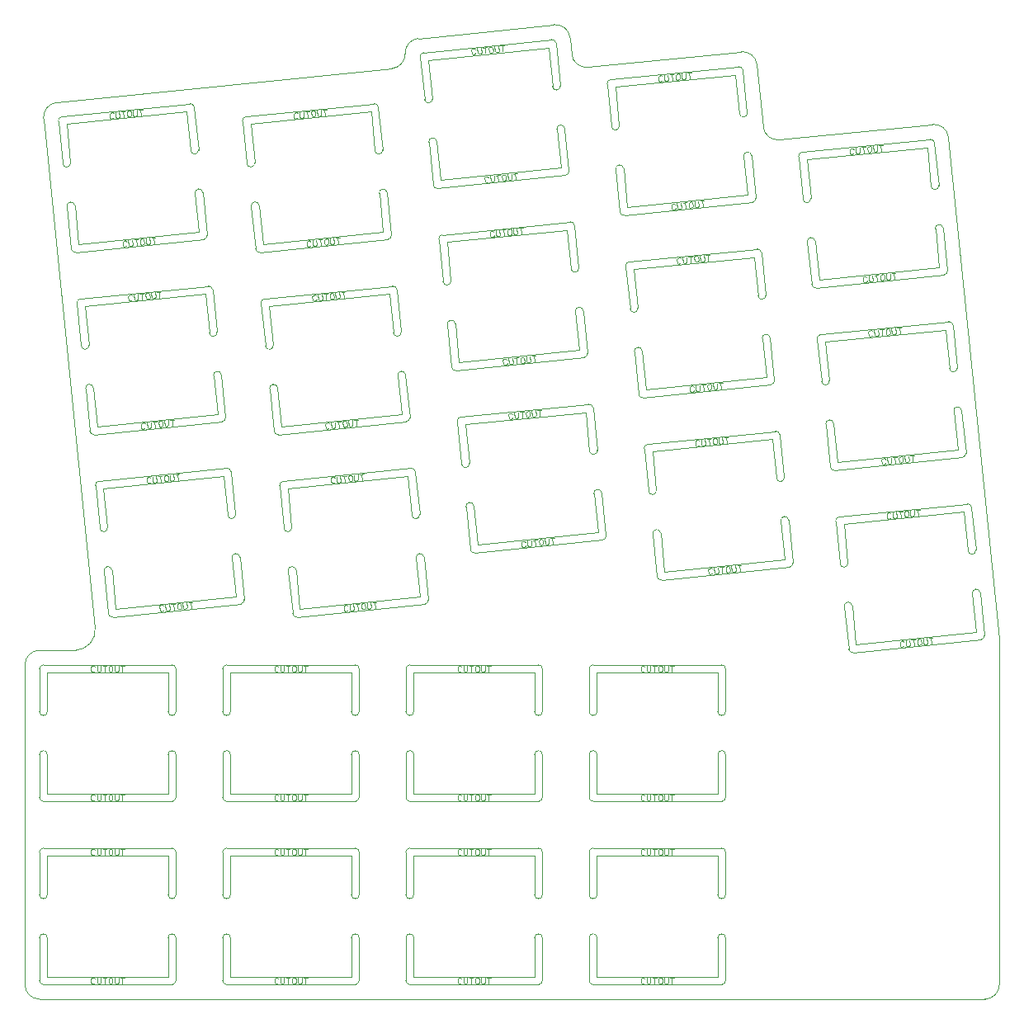
<source format=gko>
G04 Layer_Color=16711935*
%FSLAX42Y42*%
%MOMM*%
G71*
G01*
G75*
%ADD46C,0.10*%
%ADD47C,0.05*%
D46*
X7150Y150D02*
G03*
X7190Y190I0J40D01*
G01*
X5790D02*
G03*
X5830Y150I40J0D01*
G01*
Y1550D02*
G03*
X5790Y1510I0J-40D01*
G01*
X7190D02*
G03*
X7150Y1550I-40J0D01*
G01*
X5870Y630D02*
G03*
X5790Y630I-40J-0D01*
G01*
Y1070D02*
G03*
X5870Y1070I40J0D01*
G01*
X7190Y630D02*
G03*
X7110Y630I-40J-0D01*
G01*
Y1070D02*
G03*
X7190Y1070I40J0D01*
G01*
X5270Y150D02*
G03*
X5310Y190I0J40D01*
G01*
X3910D02*
G03*
X3950Y150I40J0D01*
G01*
Y1550D02*
G03*
X3910Y1510I0J-40D01*
G01*
X5310D02*
G03*
X5270Y1550I-40J0D01*
G01*
X3990Y630D02*
G03*
X3910Y630I-40J-0D01*
G01*
Y1070D02*
G03*
X3990Y1070I40J0D01*
G01*
X5310Y630D02*
G03*
X5230Y630I-40J-0D01*
G01*
Y1070D02*
G03*
X5310Y1070I40J0D01*
G01*
X3390Y150D02*
G03*
X3430Y190I0J40D01*
G01*
X2030D02*
G03*
X2070Y150I40J0D01*
G01*
Y1550D02*
G03*
X2030Y1510I0J-40D01*
G01*
X3430D02*
G03*
X3390Y1550I-40J0D01*
G01*
X2110Y630D02*
G03*
X2030Y630I-40J-0D01*
G01*
Y1070D02*
G03*
X2110Y1070I40J0D01*
G01*
X3430Y630D02*
G03*
X3350Y630I-40J-0D01*
G01*
Y1070D02*
G03*
X3430Y1070I40J0D01*
G01*
X1510Y150D02*
G03*
X1550Y190I0J40D01*
G01*
X150D02*
G03*
X190Y150I40J0D01*
G01*
Y1550D02*
G03*
X150Y1510I0J-40D01*
G01*
X1550D02*
G03*
X1510Y1550I-40J0D01*
G01*
X230Y630D02*
G03*
X150Y630I-40J-0D01*
G01*
Y1070D02*
G03*
X230Y1070I40J0D01*
G01*
X1550Y630D02*
G03*
X1470Y630I-40J-0D01*
G01*
Y1070D02*
G03*
X1550Y1070I40J0D01*
G01*
X7150Y2030D02*
G03*
X7190Y2070I0J40D01*
G01*
X5790D02*
G03*
X5830Y2030I40J0D01*
G01*
Y3430D02*
G03*
X5790Y3390I0J-40D01*
G01*
X7190D02*
G03*
X7150Y3430I-40J0D01*
G01*
X5870Y2510D02*
G03*
X5790Y2510I-40J-0D01*
G01*
Y2950D02*
G03*
X5870Y2950I40J0D01*
G01*
X7190Y2510D02*
G03*
X7110Y2510I-40J-0D01*
G01*
Y2950D02*
G03*
X7190Y2950I40J0D01*
G01*
X5270Y2030D02*
G03*
X5310Y2070I0J40D01*
G01*
X3910D02*
G03*
X3950Y2030I40J0D01*
G01*
Y3430D02*
G03*
X3910Y3390I0J-40D01*
G01*
X5310D02*
G03*
X5270Y3430I-40J0D01*
G01*
X3990Y2510D02*
G03*
X3910Y2510I-40J-0D01*
G01*
Y2950D02*
G03*
X3990Y2950I40J0D01*
G01*
X5310Y2510D02*
G03*
X5230Y2510I-40J-0D01*
G01*
Y2950D02*
G03*
X5310Y2950I40J0D01*
G01*
X3390Y2030D02*
G03*
X3430Y2070I0J40D01*
G01*
X2030D02*
G03*
X2070Y2030I40J0D01*
G01*
Y3430D02*
G03*
X2030Y3390I0J-40D01*
G01*
X3430D02*
G03*
X3390Y3430I-40J0D01*
G01*
X2110Y2510D02*
G03*
X2030Y2510I-40J-0D01*
G01*
Y2950D02*
G03*
X2110Y2950I40J0D01*
G01*
X3430Y2510D02*
G03*
X3350Y2510I-40J-0D01*
G01*
Y2950D02*
G03*
X3430Y2950I40J0D01*
G01*
X1510Y2030D02*
G03*
X1550Y2070I0J40D01*
G01*
X150D02*
G03*
X190Y2030I40J0D01*
G01*
Y3430D02*
G03*
X150Y3390I0J-40D01*
G01*
X1550D02*
G03*
X1510Y3430I-40J0D01*
G01*
X230Y2510D02*
G03*
X150Y2510I-40J-0D01*
G01*
Y2950D02*
G03*
X230Y2950I40J0D01*
G01*
X1550Y2510D02*
G03*
X1470Y2510I-40J-0D01*
G01*
Y2950D02*
G03*
X1550Y2950I40J0D01*
G01*
X9810Y3690D02*
G03*
X9846Y3733I-4J40D01*
G01*
X8453Y3592D02*
G03*
X8497Y3556I40J4D01*
G01*
X8355Y4949D02*
G03*
X8319Y4905I4J-40D01*
G01*
X9712Y5047D02*
G03*
X9668Y5082I-40J-4D01*
G01*
X8488Y4038D02*
G03*
X8408Y4030I-40J-4D01*
G01*
X8364Y4467D02*
G03*
X8443Y4476I40J4D01*
G01*
X9801Y4171D02*
G03*
X9722Y4163I-40J-4D01*
G01*
X9677Y4601D02*
G03*
X9757Y4609I40J4D01*
G01*
X7845Y4435D02*
G03*
X7880Y4479I-4J40D01*
G01*
X6487Y4337D02*
G03*
X6531Y4301I40J4D01*
G01*
X6390Y5694D02*
G03*
X6354Y5650I4J-40D01*
G01*
X7747Y5792D02*
G03*
X7703Y5828I-40J-4D01*
G01*
X6523Y4783D02*
G03*
X6443Y4775I-40J-4D01*
G01*
X6399Y5213D02*
G03*
X6478Y5221I40J4D01*
G01*
X7836Y4916D02*
G03*
X7756Y4908I-40J-4D01*
G01*
X7712Y5346D02*
G03*
X7791Y5354I40J4D01*
G01*
X5927Y4712D02*
G03*
X5962Y4756I-4J40D01*
G01*
X4570Y4615D02*
G03*
X4613Y4579I40J4D01*
G01*
X4472Y5972D02*
G03*
X4436Y5928I4J-40D01*
G01*
X5829Y6069D02*
G03*
X5785Y6105I-40J-4D01*
G01*
X4605Y5061D02*
G03*
X4525Y5052I-40J-4D01*
G01*
X4481Y5490D02*
G03*
X4560Y5498I40J4D01*
G01*
X5918Y5194D02*
G03*
X5838Y5186I-40J-4D01*
G01*
X5794Y5624D02*
G03*
X5873Y5632I40J4D01*
G01*
X4104Y4055D02*
G03*
X4140Y4099I-4J40D01*
G01*
X2747Y3957D02*
G03*
X2791Y3921I40J4D01*
G01*
X2649Y5314D02*
G03*
X2613Y5270I4J-40D01*
G01*
X4006Y5412D02*
G03*
X3962Y5448I-40J-4D01*
G01*
X2782Y4403D02*
G03*
X2702Y4395I-40J-4D01*
G01*
X2658Y4833D02*
G03*
X2737Y4841I40J4D01*
G01*
X4095Y4536D02*
G03*
X4015Y4528I-40J-4D01*
G01*
X3971Y4966D02*
G03*
X4051Y4974I40J4D01*
G01*
X2214Y4055D02*
G03*
X2250Y4099I-4J40D01*
G01*
X857Y3957D02*
G03*
X901Y3921I40J4D01*
G01*
X759Y5314D02*
G03*
X724Y5270I4J-40D01*
G01*
X2116Y5412D02*
G03*
X2073Y5448I-40J-4D01*
G01*
X892Y4403D02*
G03*
X813Y4395I-40J-4D01*
G01*
X768Y4833D02*
G03*
X848Y4841I40J4D01*
G01*
X2205Y4536D02*
G03*
X2126Y4528I-40J-4D01*
G01*
X2081Y4966D02*
G03*
X2161Y4974I40J4D01*
G01*
X9620Y5560D02*
G03*
X9656Y5604I-4J40D01*
G01*
X8263Y5462D02*
G03*
X8307Y5427I40J4D01*
G01*
X8165Y6819D02*
G03*
X8129Y6776I4J-40D01*
G01*
X9522Y6917D02*
G03*
X9478Y6953I-40J-4D01*
G01*
X8298Y5908D02*
G03*
X8218Y5900I-40J-4D01*
G01*
X8174Y6338D02*
G03*
X8253Y6346I40J4D01*
G01*
X9611Y6042D02*
G03*
X9532Y6033I-40J-4D01*
G01*
X9487Y6471D02*
G03*
X9567Y6479I40J4D01*
G01*
X7655Y6305D02*
G03*
X7690Y6349I-4J40D01*
G01*
X6297Y6207D02*
G03*
X6341Y6172I40J4D01*
G01*
X6200Y7565D02*
G03*
X6164Y7521I4J-40D01*
G01*
X7557Y7662D02*
G03*
X7513Y7698I-40J-4D01*
G01*
X6333Y6653D02*
G03*
X6253Y6645I-40J-4D01*
G01*
X6209Y7083D02*
G03*
X6288Y7091I40J4D01*
G01*
X7646Y6787D02*
G03*
X7566Y6779I-40J-4D01*
G01*
X7522Y7216D02*
G03*
X7601Y7224I40J4D01*
G01*
X5737Y6583D02*
G03*
X5772Y6627I-4J40D01*
G01*
X4380Y6485D02*
G03*
X4423Y6449I40J4D01*
G01*
X4282Y7842D02*
G03*
X4246Y7798I4J-40D01*
G01*
X5639Y7940D02*
G03*
X5595Y7976I-40J-4D01*
G01*
X4415Y6931D02*
G03*
X4335Y6923I-40J-4D01*
G01*
X4291Y7361D02*
G03*
X4370Y7369I40J4D01*
G01*
X5728Y7064D02*
G03*
X5648Y7056I-40J-4D01*
G01*
X5604Y7494D02*
G03*
X5683Y7502I40J4D01*
G01*
X3914Y5925D02*
G03*
X3950Y5969I-4J40D01*
G01*
X2557Y5828D02*
G03*
X2601Y5792I40J4D01*
G01*
X2459Y7185D02*
G03*
X2423Y7141I4J-40D01*
G01*
X3816Y7282D02*
G03*
X3772Y7318I-40J-4D01*
G01*
X2592Y6273D02*
G03*
X2512Y6265I-40J-4D01*
G01*
X2468Y6703D02*
G03*
X2547Y6711I40J4D01*
G01*
X3905Y6407D02*
G03*
X3825Y6399I-40J-4D01*
G01*
X3781Y6836D02*
G03*
X3861Y6845I40J4D01*
G01*
X2024Y5925D02*
G03*
X2060Y5969I-4J40D01*
G01*
X667Y5828D02*
G03*
X711Y5792I40J4D01*
G01*
X569Y7185D02*
G03*
X534Y7141I4J-40D01*
G01*
X1926Y7282D02*
G03*
X1883Y7318I-40J-4D01*
G01*
X702Y6273D02*
G03*
X623Y6265I-40J-4D01*
G01*
X578Y6703D02*
G03*
X658Y6711I40J4D01*
G01*
X2015Y6407D02*
G03*
X1936Y6399I-40J-4D01*
G01*
X1891Y6836D02*
G03*
X1971Y6845I40J4D01*
G01*
X9430Y7430D02*
G03*
X9466Y7474I-4J40D01*
G01*
X8073Y7333D02*
G03*
X8117Y7297I40J4D01*
G01*
X7975Y8690D02*
G03*
X7939Y8646I4J-40D01*
G01*
X9332Y8787D02*
G03*
X9288Y8823I-40J-4D01*
G01*
X8108Y7779D02*
G03*
X8028Y7770I-40J-4D01*
G01*
X7984Y8208D02*
G03*
X8064Y8216I40J4D01*
G01*
X9421Y7912D02*
G03*
X9342Y7904I-40J-4D01*
G01*
X9297Y8342D02*
G03*
X9377Y8350I40J4D01*
G01*
X7465Y8176D02*
G03*
X7500Y8219I-4J40D01*
G01*
X6107Y8078D02*
G03*
X6151Y8042I40J4D01*
G01*
X6010Y9435D02*
G03*
X5974Y9391I4J-40D01*
G01*
X7367Y9533D02*
G03*
X7323Y9568I-40J-4D01*
G01*
X6143Y8524D02*
G03*
X6063Y8516I-40J-4D01*
G01*
X6019Y8953D02*
G03*
X6098Y8961I40J4D01*
G01*
X7456Y8657D02*
G03*
X7376Y8649I-40J-4D01*
G01*
X7332Y9087D02*
G03*
X7411Y9095I40J4D01*
G01*
X5547Y8453D02*
G03*
X5582Y8497I-4J40D01*
G01*
X4190Y8355D02*
G03*
X4233Y8320I40J4D01*
G01*
X4092Y9713D02*
G03*
X4056Y9669I4J-40D01*
G01*
X5449Y9810D02*
G03*
X5405Y9846I-40J-4D01*
G01*
X4225Y8801D02*
G03*
X4145Y8793I-40J-4D01*
G01*
X4101Y9231D02*
G03*
X4180Y9239I40J4D01*
G01*
X5538Y8935D02*
G03*
X5458Y8927I-40J-4D01*
G01*
X5414Y9364D02*
G03*
X5494Y9372I40J4D01*
G01*
X3724Y7796D02*
G03*
X3760Y7839I-4J40D01*
G01*
X2367Y7698D02*
G03*
X2411Y7662I40J4D01*
G01*
X2269Y9055D02*
G03*
X2233Y9011I4J-40D01*
G01*
X3626Y9153D02*
G03*
X3582Y9188I-40J-4D01*
G01*
X2402Y8144D02*
G03*
X2322Y8136I-40J-4D01*
G01*
X2278Y8573D02*
G03*
X2357Y8581I40J4D01*
G01*
X3715Y8277D02*
G03*
X3636Y8269I-40J-4D01*
G01*
X3591Y8707D02*
G03*
X3671Y8715I40J4D01*
G01*
X1834Y7796D02*
G03*
X1870Y7839I-4J40D01*
G01*
X477Y7698D02*
G03*
X521Y7662I40J4D01*
G01*
X379Y9055D02*
G03*
X344Y9011I4J-40D01*
G01*
X1736Y9153D02*
G03*
X1693Y9188I-40J-4D01*
G01*
X512Y8144D02*
G03*
X433Y8136I-40J-4D01*
G01*
X388Y8573D02*
G03*
X468Y8582I40J4D01*
G01*
X1825Y8277D02*
G03*
X1746Y8269I-40J-4D01*
G01*
X1701Y8707D02*
G03*
X1781Y8715I40J4D01*
G01*
X0Y150D02*
G03*
X150Y0I150J0D01*
G01*
X152Y3580D02*
G03*
X0Y3430I-1J-151D01*
G01*
X325Y9199D02*
G03*
X190Y9035I15J-149D01*
G01*
X9850Y0D02*
G03*
X10000Y150I-0J150D01*
G01*
X9477Y8842D02*
G03*
X9313Y8976I-149J-15D01*
G01*
X7577Y8951D02*
G03*
X7741Y8817I149J15D01*
G01*
X7512Y9588D02*
G03*
X7348Y9722I-149J-15D01*
G01*
X5611Y9696D02*
G03*
X5776Y9562I149J15D01*
G01*
X5594Y9865D02*
G03*
X5430Y9999I-149J-15D01*
G01*
X4037Y9858D02*
G03*
X3902Y9712I15J-149D01*
G01*
X3767Y9549D02*
G03*
X3902Y9698I-15J149D01*
G01*
X520Y3580D02*
G03*
X721Y3812I-6J208D01*
G01*
X5830Y150D02*
X7150D01*
X5870Y230D02*
X7110D01*
X5870Y1470D02*
X7110D01*
X5830Y1550D02*
X7150D01*
X5870Y230D02*
X5870Y630D01*
X5790Y190D02*
Y630D01*
X7110D02*
X7110Y230D01*
X7190Y190D02*
Y630D01*
X7110Y1070D02*
X7110Y1470D01*
X7190Y1070D02*
Y1510D01*
X5870Y1470D02*
X5870Y1070D01*
X5790D02*
Y1510D01*
X3950Y150D02*
X5270D01*
X3990Y230D02*
X5230D01*
X3990Y1470D02*
X5230D01*
X3950Y1550D02*
X5270D01*
X3990Y230D02*
X3990Y630D01*
X3910Y190D02*
Y630D01*
X5230D02*
X5230Y230D01*
X5310Y190D02*
Y630D01*
X5230Y1070D02*
X5230Y1470D01*
X5310Y1070D02*
Y1510D01*
X3990Y1470D02*
X3990Y1070D01*
X3910D02*
Y1510D01*
X2070Y150D02*
X3390D01*
X2110Y230D02*
X3350D01*
X2110Y1470D02*
X3350D01*
X2070Y1550D02*
X3390D01*
X2110Y230D02*
X2110Y630D01*
X2030Y190D02*
Y630D01*
X3350D02*
X3350Y230D01*
X3430Y190D02*
Y630D01*
X3350Y1070D02*
X3350Y1470D01*
X3430Y1070D02*
Y1510D01*
X2110Y1470D02*
X2110Y1070D01*
X2030D02*
Y1510D01*
X190Y150D02*
X1510D01*
X230Y230D02*
X1470D01*
X230Y1470D02*
X1470D01*
X190Y1550D02*
X1510D01*
X230Y230D02*
X230Y630D01*
X150Y190D02*
Y630D01*
X1470D02*
X1470Y230D01*
X1550Y190D02*
Y630D01*
X1470Y1070D02*
X1470Y1470D01*
X1550Y1070D02*
Y1510D01*
X230Y1470D02*
X230Y1070D01*
X150D02*
Y1510D01*
X5830Y2030D02*
X7150D01*
X5870Y2110D02*
X7110D01*
X5870Y3350D02*
X7110D01*
X5830Y3430D02*
X7150D01*
X5870Y2110D02*
X5870Y2510D01*
X5790Y2070D02*
Y2510D01*
X7110D02*
X7110Y2110D01*
X7190Y2070D02*
Y2510D01*
X7110Y2950D02*
X7110Y3350D01*
X7190Y2950D02*
Y3390D01*
X5870Y3350D02*
X5870Y2950D01*
X5790D02*
Y3390D01*
X3950Y2030D02*
X5270D01*
X3990Y2110D02*
X5230D01*
X3990Y3350D02*
X5230D01*
X3950Y3430D02*
X5270D01*
X3990Y2110D02*
X3990Y2510D01*
X3910Y2070D02*
Y2510D01*
X5230D02*
X5230Y2110D01*
X5310Y2070D02*
Y2510D01*
X5230Y2950D02*
X5230Y3350D01*
X5310Y2950D02*
Y3390D01*
X3990Y3350D02*
X3990Y2950D01*
X3910D02*
Y3390D01*
X2070Y2030D02*
X3390D01*
X2110Y2110D02*
X3350D01*
X2110Y3350D02*
X3350D01*
X2070Y3430D02*
X3390D01*
X2110Y2110D02*
X2110Y2510D01*
X2030Y2070D02*
Y2510D01*
X3350D02*
X3350Y2110D01*
X3430Y2070D02*
Y2510D01*
X3350Y2950D02*
X3350Y3350D01*
X3430Y2950D02*
Y3390D01*
X2110Y3350D02*
X2110Y2950D01*
X2030D02*
Y3390D01*
X190Y2030D02*
X1510D01*
X230Y2110D02*
X1470D01*
X230Y3350D02*
X1470D01*
X190Y3430D02*
X1510D01*
X230Y2110D02*
X230Y2510D01*
X150Y2070D02*
Y2510D01*
X1470D02*
X1470Y2110D01*
X1550Y2070D02*
Y2510D01*
X1470Y2950D02*
X1470Y3350D01*
X1550Y2950D02*
Y3390D01*
X230Y3350D02*
X230Y2950D01*
X150D02*
Y3390D01*
X8497Y3556D02*
X9810Y3690D01*
X8528Y3640D02*
X9762Y3765D01*
X8403Y4873D02*
X9637Y4999D01*
X8355Y4949D02*
X9668Y5082D01*
X8488Y4038D02*
X8528Y3640D01*
X8408Y4030D02*
X8453Y3592D01*
X9722Y4163D02*
X9762Y3765D01*
X9801Y4171D02*
X9846Y3733D01*
X9637Y4999D02*
X9677Y4601D01*
X9712Y5047D02*
X9757Y4609D01*
X8403Y4873D02*
X8443Y4476D01*
X8319Y4905D02*
X8364Y4467D01*
X6531Y4301D02*
X7845Y4435D01*
X6563Y4385D02*
X7797Y4510D01*
X6438Y5619D02*
X7671Y5744D01*
X6390Y5694D02*
X7703Y5828D01*
X6523Y4783D02*
X6563Y4385D01*
X6443Y4775D02*
X6487Y4337D01*
X7756Y4908D02*
X7797Y4510D01*
X7836Y4916D02*
X7880Y4479D01*
X7671Y5744D02*
X7712Y5346D01*
X7747Y5792D02*
X7791Y5354D01*
X6438Y5619D02*
X6478Y5221D01*
X6354Y5650D02*
X6399Y5213D01*
X4613Y4579D02*
X5927Y4712D01*
X4645Y4663D02*
X5879Y4788D01*
X4520Y5896D02*
X5753Y6022D01*
X4472Y5972D02*
X5785Y6105D01*
X4605Y5061D02*
X4645Y4663D01*
X4525Y5052D02*
X4570Y4615D01*
X5838Y5186D02*
X5879Y4788D01*
X5918Y5194D02*
X5962Y4756D01*
X5753Y6022D02*
X5794Y5624D01*
X5829Y6069D02*
X5873Y5632D01*
X4520Y5896D02*
X4560Y5498D01*
X4436Y5928D02*
X4481Y5490D01*
X2791Y3921D02*
X4104Y4055D01*
X2822Y4005D02*
X4056Y4130D01*
X2697Y5239D02*
X3931Y5364D01*
X2649Y5314D02*
X3962Y5448D01*
X2782Y4403D02*
X2822Y4005D01*
X2702Y4395D02*
X2747Y3957D01*
X4015Y4528D02*
X4056Y4130D01*
X4095Y4536D02*
X4140Y4099D01*
X3931Y5364D02*
X3971Y4966D01*
X4006Y5412D02*
X4051Y4974D01*
X2697Y5239D02*
X2737Y4841D01*
X2613Y5270D02*
X2658Y4833D01*
X901Y3921D02*
X2214Y4055D01*
X933Y4005D02*
X2166Y4130D01*
X807Y5239D02*
X2041Y5364D01*
X759Y5314D02*
X2073Y5448D01*
X892Y4403D02*
X933Y4005D01*
X813Y4395D02*
X857Y3957D01*
X2126Y4528D02*
X2166Y4130D01*
X2205Y4536D02*
X2250Y4099D01*
X2041Y5364D02*
X2081Y4966D01*
X2116Y5412D02*
X2161Y4974D01*
X807Y5239D02*
X848Y4841D01*
X724Y5270D02*
X768Y4833D01*
X8307Y5427D02*
X9620Y5560D01*
X8338Y5510D02*
X9572Y5635D01*
X8213Y6744D02*
X9447Y6869D01*
X8165Y6819D02*
X9478Y6953D01*
X8298Y5908D02*
X8338Y5510D01*
X8218Y5900D02*
X8263Y5462D01*
X9532Y6033D02*
X9572Y5635D01*
X9611Y6042D02*
X9656Y5604D01*
X9447Y6869D02*
X9487Y6471D01*
X9522Y6917D02*
X9567Y6479D01*
X8213Y6744D02*
X8253Y6346D01*
X8129Y6776D02*
X8174Y6338D01*
X6341Y6172D02*
X7655Y6305D01*
X6373Y6255D02*
X7607Y6381D01*
X6248Y7489D02*
X7481Y7614D01*
X6200Y7565D02*
X7513Y7698D01*
X6333Y6653D02*
X6373Y6255D01*
X6253Y6645D02*
X6297Y6207D01*
X7566Y6779D02*
X7607Y6381D01*
X7646Y6787D02*
X7690Y6349D01*
X7481Y7614D02*
X7522Y7216D01*
X7557Y7662D02*
X7601Y7224D01*
X6248Y7489D02*
X6288Y7091D01*
X6164Y7521D02*
X6209Y7083D01*
X4423Y6449D02*
X5737Y6583D01*
X4455Y6533D02*
X5689Y6658D01*
X4330Y7767D02*
X5563Y7892D01*
X4282Y7842D02*
X5595Y7976D01*
X4415Y6931D02*
X4455Y6533D01*
X4335Y6923D02*
X4380Y6485D01*
X5648Y7056D02*
X5689Y6658D01*
X5728Y7064D02*
X5772Y6627D01*
X5563Y7892D02*
X5604Y7494D01*
X5639Y7940D02*
X5683Y7502D01*
X4330Y7767D02*
X4370Y7369D01*
X4246Y7798D02*
X4291Y7361D01*
X2601Y5792D02*
X3914Y5925D01*
X2632Y5875D02*
X3866Y6001D01*
X2507Y7109D02*
X3741Y7234D01*
X2459Y7185D02*
X3772Y7318D01*
X2592Y6273D02*
X2632Y5875D01*
X2512Y6265D02*
X2557Y5828D01*
X3825Y6399D02*
X3866Y6001D01*
X3905Y6407D02*
X3950Y5969D01*
X3741Y7234D02*
X3781Y6836D01*
X3816Y7282D02*
X3861Y6845D01*
X2507Y7109D02*
X2547Y6711D01*
X2423Y7141D02*
X2468Y6703D01*
X711Y5792D02*
X2024Y5925D01*
X743Y5875D02*
X1976Y6001D01*
X617Y7109D02*
X1851Y7234D01*
X569Y7185D02*
X1883Y7318D01*
X702Y6273D02*
X743Y5875D01*
X623Y6265D02*
X667Y5828D01*
X1936Y6399D02*
X1976Y6001D01*
X2015Y6407D02*
X2060Y5969D01*
X1851Y7234D02*
X1891Y6836D01*
X1926Y7282D02*
X1971Y6845D01*
X617Y7109D02*
X658Y6711D01*
X534Y7141D02*
X578Y6703D01*
X8117Y7297D02*
X9430Y7430D01*
X8148Y7381D02*
X9382Y7506D01*
X8023Y8614D02*
X9257Y8740D01*
X7975Y8690D02*
X9288Y8823D01*
X8108Y7779D02*
X8148Y7381D01*
X8028Y7770D02*
X8073Y7333D01*
X9342Y7904D02*
X9382Y7506D01*
X9421Y7912D02*
X9466Y7474D01*
X9257Y8740D02*
X9297Y8342D01*
X9332Y8787D02*
X9377Y8350D01*
X8023Y8614D02*
X8064Y8216D01*
X7939Y8646D02*
X7984Y8208D01*
X6151Y8042D02*
X7465Y8176D01*
X6183Y8126D02*
X7417Y8251D01*
X6058Y9359D02*
X7291Y9485D01*
X6010Y9435D02*
X7323Y9568D01*
X6143Y8524D02*
X6183Y8126D01*
X6063Y8516D02*
X6107Y8078D01*
X7376Y8649D02*
X7417Y8251D01*
X7456Y8657D02*
X7500Y8219D01*
X7291Y9485D02*
X7332Y9087D01*
X7367Y9533D02*
X7411Y9095D01*
X6058Y9359D02*
X6098Y8961D01*
X5974Y9391D02*
X6019Y8953D01*
X4233Y8320D02*
X5547Y8453D01*
X4265Y8403D02*
X5499Y8529D01*
X4140Y9637D02*
X5373Y9762D01*
X4092Y9713D02*
X5405Y9846D01*
X4225Y8801D02*
X4265Y8403D01*
X4145Y8793D02*
X4190Y8355D01*
X5458Y8927D02*
X5499Y8529D01*
X5538Y8935D02*
X5582Y8497D01*
X5373Y9762D02*
X5414Y9364D01*
X5449Y9810D02*
X5494Y9372D01*
X4140Y9637D02*
X4180Y9239D01*
X4056Y9669D02*
X4101Y9231D01*
X2411Y7662D02*
X3724Y7796D01*
X2442Y7746D02*
X3676Y7871D01*
X2317Y8979D02*
X3551Y9105D01*
X2269Y9055D02*
X3582Y9188D01*
X2402Y8144D02*
X2442Y7746D01*
X2322Y8136D02*
X2367Y7698D01*
X3636Y8269D02*
X3676Y7871D01*
X3715Y8277D02*
X3760Y7839D01*
X3551Y9105D02*
X3591Y8707D01*
X3626Y9153D02*
X3671Y8715D01*
X2317Y8979D02*
X2357Y8581D01*
X2233Y9011D02*
X2278Y8573D01*
X521Y7662D02*
X1834Y7796D01*
X553Y7746D02*
X1786Y7871D01*
X427Y8979D02*
X1661Y9105D01*
X379Y9055D02*
X1693Y9188D01*
X512Y8144D02*
X553Y7746D01*
X433Y8136D02*
X477Y7698D01*
X1746Y8269D02*
X1786Y7871D01*
X1825Y8277D02*
X1870Y7839D01*
X1661Y9105D02*
X1701Y8707D01*
X1736Y9153D02*
X1781Y8715D01*
X427Y8979D02*
X468Y8582D01*
X344Y9011D02*
X388Y8573D01*
X10000Y150D02*
Y3699D01*
X150Y0D02*
X9850D01*
X0Y150D02*
Y3430D01*
X152Y3580D02*
X520D01*
X190Y9035D02*
X721Y3812D01*
X325Y9199D02*
X3767Y9549D01*
X4037Y9858D02*
X5430Y9999D01*
X5594Y9865D02*
X5611Y9696D01*
X5776Y9562D02*
X7348Y9722D01*
X7512Y9588D02*
X7577Y8951D01*
X7741Y8817D02*
X9313Y8976D01*
X9477Y8842D02*
X10000Y3699D01*
X3902Y9698D02*
X3902Y9712D01*
D47*
X6360Y210D02*
X6350Y220D01*
X6330D01*
X6320Y210D01*
Y170D01*
X6330Y160D01*
X6350D01*
X6360Y170D01*
X6380Y220D02*
Y170D01*
X6390Y160D01*
X6410D01*
X6420Y170D01*
Y220D01*
X6440D02*
X6480D01*
X6460D01*
Y160D01*
X6530Y220D02*
X6510D01*
X6500Y210D01*
Y170D01*
X6510Y160D01*
X6530D01*
X6540Y170D01*
Y210D01*
X6530Y220D01*
X6560D02*
Y170D01*
X6570Y160D01*
X6590D01*
X6600Y170D01*
Y220D01*
X6620D02*
X6660D01*
X6640D01*
Y160D01*
X6360Y1530D02*
X6350Y1540D01*
X6330D01*
X6320Y1530D01*
Y1490D01*
X6330Y1480D01*
X6350D01*
X6360Y1490D01*
X6380Y1540D02*
Y1490D01*
X6390Y1480D01*
X6410D01*
X6420Y1490D01*
Y1540D01*
X6440D02*
X6480D01*
X6460D01*
Y1480D01*
X6530Y1540D02*
X6510D01*
X6500Y1530D01*
Y1490D01*
X6510Y1480D01*
X6530D01*
X6540Y1490D01*
Y1530D01*
X6530Y1540D01*
X6560D02*
Y1490D01*
X6570Y1480D01*
X6590D01*
X6600Y1490D01*
Y1540D01*
X6620D02*
X6660D01*
X6640D01*
Y1480D01*
X4480Y210D02*
X4470Y220D01*
X4450D01*
X4440Y210D01*
Y170D01*
X4450Y160D01*
X4470D01*
X4480Y170D01*
X4500Y220D02*
Y170D01*
X4510Y160D01*
X4530D01*
X4540Y170D01*
Y220D01*
X4560D02*
X4600D01*
X4580D01*
Y160D01*
X4650Y220D02*
X4630D01*
X4620Y210D01*
Y170D01*
X4630Y160D01*
X4650D01*
X4660Y170D01*
Y210D01*
X4650Y220D01*
X4680D02*
Y170D01*
X4690Y160D01*
X4710D01*
X4720Y170D01*
Y220D01*
X4740D02*
X4780D01*
X4760D01*
Y160D01*
X4480Y1530D02*
X4470Y1540D01*
X4450D01*
X4440Y1530D01*
Y1490D01*
X4450Y1480D01*
X4470D01*
X4480Y1490D01*
X4500Y1540D02*
Y1490D01*
X4510Y1480D01*
X4530D01*
X4540Y1490D01*
Y1540D01*
X4560D02*
X4600D01*
X4580D01*
Y1480D01*
X4650Y1540D02*
X4630D01*
X4620Y1530D01*
Y1490D01*
X4630Y1480D01*
X4650D01*
X4660Y1490D01*
Y1530D01*
X4650Y1540D01*
X4680D02*
Y1490D01*
X4690Y1480D01*
X4710D01*
X4720Y1490D01*
Y1540D01*
X4740D02*
X4780D01*
X4760D01*
Y1480D01*
X2600Y210D02*
X2590Y220D01*
X2570D01*
X2560Y210D01*
Y170D01*
X2570Y160D01*
X2590D01*
X2600Y170D01*
X2620Y220D02*
Y170D01*
X2630Y160D01*
X2650D01*
X2660Y170D01*
Y220D01*
X2680D02*
X2720D01*
X2700D01*
Y160D01*
X2770Y220D02*
X2750D01*
X2740Y210D01*
Y170D01*
X2750Y160D01*
X2770D01*
X2780Y170D01*
Y210D01*
X2770Y220D01*
X2800D02*
Y170D01*
X2810Y160D01*
X2830D01*
X2840Y170D01*
Y220D01*
X2860D02*
X2900D01*
X2880D01*
Y160D01*
X2600Y1530D02*
X2590Y1540D01*
X2570D01*
X2560Y1530D01*
Y1490D01*
X2570Y1480D01*
X2590D01*
X2600Y1490D01*
X2620Y1540D02*
Y1490D01*
X2630Y1480D01*
X2650D01*
X2660Y1490D01*
Y1540D01*
X2680D02*
X2720D01*
X2700D01*
Y1480D01*
X2770Y1540D02*
X2750D01*
X2740Y1530D01*
Y1490D01*
X2750Y1480D01*
X2770D01*
X2780Y1490D01*
Y1530D01*
X2770Y1540D01*
X2800D02*
Y1490D01*
X2810Y1480D01*
X2830D01*
X2840Y1490D01*
Y1540D01*
X2860D02*
X2900D01*
X2880D01*
Y1480D01*
X720Y210D02*
X710Y220D01*
X690D01*
X680Y210D01*
Y170D01*
X690Y160D01*
X710D01*
X720Y170D01*
X740Y220D02*
Y170D01*
X750Y160D01*
X770D01*
X780Y170D01*
Y220D01*
X800D02*
X840D01*
X820D01*
Y160D01*
X890Y220D02*
X870D01*
X860Y210D01*
Y170D01*
X870Y160D01*
X890D01*
X900Y170D01*
Y210D01*
X890Y220D01*
X920D02*
Y170D01*
X930Y160D01*
X950D01*
X960Y170D01*
Y220D01*
X980D02*
X1020D01*
X1000D01*
Y160D01*
X720Y1530D02*
X710Y1540D01*
X690D01*
X680Y1530D01*
Y1490D01*
X690Y1480D01*
X710D01*
X720Y1490D01*
X740Y1540D02*
Y1490D01*
X750Y1480D01*
X770D01*
X780Y1490D01*
Y1540D01*
X800D02*
X840D01*
X820D01*
Y1480D01*
X890Y1540D02*
X870D01*
X860Y1530D01*
Y1490D01*
X870Y1480D01*
X890D01*
X900Y1490D01*
Y1530D01*
X890Y1540D01*
X920D02*
Y1490D01*
X930Y1480D01*
X950D01*
X960Y1490D01*
Y1540D01*
X980D02*
X1020D01*
X1000D01*
Y1480D01*
X6360Y2090D02*
X6350Y2100D01*
X6330D01*
X6320Y2090D01*
Y2050D01*
X6330Y2040D01*
X6350D01*
X6360Y2050D01*
X6380Y2100D02*
Y2050D01*
X6390Y2040D01*
X6410D01*
X6420Y2050D01*
Y2100D01*
X6440D02*
X6480D01*
X6460D01*
Y2040D01*
X6530Y2100D02*
X6510D01*
X6500Y2090D01*
Y2050D01*
X6510Y2040D01*
X6530D01*
X6540Y2050D01*
Y2090D01*
X6530Y2100D01*
X6560D02*
Y2050D01*
X6570Y2040D01*
X6590D01*
X6600Y2050D01*
Y2100D01*
X6620D02*
X6660D01*
X6640D01*
Y2040D01*
X6360Y3410D02*
X6350Y3420D01*
X6330D01*
X6320Y3410D01*
Y3370D01*
X6330Y3360D01*
X6350D01*
X6360Y3370D01*
X6380Y3420D02*
Y3370D01*
X6390Y3360D01*
X6410D01*
X6420Y3370D01*
Y3420D01*
X6440D02*
X6480D01*
X6460D01*
Y3360D01*
X6530Y3420D02*
X6510D01*
X6500Y3410D01*
Y3370D01*
X6510Y3360D01*
X6530D01*
X6540Y3370D01*
Y3410D01*
X6530Y3420D01*
X6560D02*
Y3370D01*
X6570Y3360D01*
X6590D01*
X6600Y3370D01*
Y3420D01*
X6620D02*
X6660D01*
X6640D01*
Y3360D01*
X4480Y2090D02*
X4470Y2100D01*
X4450D01*
X4440Y2090D01*
Y2050D01*
X4450Y2040D01*
X4470D01*
X4480Y2050D01*
X4500Y2100D02*
Y2050D01*
X4510Y2040D01*
X4530D01*
X4540Y2050D01*
Y2100D01*
X4560D02*
X4600D01*
X4580D01*
Y2040D01*
X4650Y2100D02*
X4630D01*
X4620Y2090D01*
Y2050D01*
X4630Y2040D01*
X4650D01*
X4660Y2050D01*
Y2090D01*
X4650Y2100D01*
X4680D02*
Y2050D01*
X4690Y2040D01*
X4710D01*
X4720Y2050D01*
Y2100D01*
X4740D02*
X4780D01*
X4760D01*
Y2040D01*
X4480Y3410D02*
X4470Y3420D01*
X4450D01*
X4440Y3410D01*
Y3370D01*
X4450Y3360D01*
X4470D01*
X4480Y3370D01*
X4500Y3420D02*
Y3370D01*
X4510Y3360D01*
X4530D01*
X4540Y3370D01*
Y3420D01*
X4560D02*
X4600D01*
X4580D01*
Y3360D01*
X4650Y3420D02*
X4630D01*
X4620Y3410D01*
Y3370D01*
X4630Y3360D01*
X4650D01*
X4660Y3370D01*
Y3410D01*
X4650Y3420D01*
X4680D02*
Y3370D01*
X4690Y3360D01*
X4710D01*
X4720Y3370D01*
Y3420D01*
X4740D02*
X4780D01*
X4760D01*
Y3360D01*
X2600Y2090D02*
X2590Y2100D01*
X2570D01*
X2560Y2090D01*
Y2050D01*
X2570Y2040D01*
X2590D01*
X2600Y2050D01*
X2620Y2100D02*
Y2050D01*
X2630Y2040D01*
X2650D01*
X2660Y2050D01*
Y2100D01*
X2680D02*
X2720D01*
X2700D01*
Y2040D01*
X2770Y2100D02*
X2750D01*
X2740Y2090D01*
Y2050D01*
X2750Y2040D01*
X2770D01*
X2780Y2050D01*
Y2090D01*
X2770Y2100D01*
X2800D02*
Y2050D01*
X2810Y2040D01*
X2830D01*
X2840Y2050D01*
Y2100D01*
X2860D02*
X2900D01*
X2880D01*
Y2040D01*
X2600Y3410D02*
X2590Y3420D01*
X2570D01*
X2560Y3410D01*
Y3370D01*
X2570Y3360D01*
X2590D01*
X2600Y3370D01*
X2620Y3420D02*
Y3370D01*
X2630Y3360D01*
X2650D01*
X2660Y3370D01*
Y3420D01*
X2680D02*
X2720D01*
X2700D01*
Y3360D01*
X2770Y3420D02*
X2750D01*
X2740Y3410D01*
Y3370D01*
X2750Y3360D01*
X2770D01*
X2780Y3370D01*
Y3410D01*
X2770Y3420D01*
X2800D02*
Y3370D01*
X2810Y3360D01*
X2830D01*
X2840Y3370D01*
Y3420D01*
X2860D02*
X2900D01*
X2880D01*
Y3360D01*
X720Y2090D02*
X710Y2100D01*
X690D01*
X680Y2090D01*
Y2050D01*
X690Y2040D01*
X710D01*
X720Y2050D01*
X740Y2100D02*
Y2050D01*
X750Y2040D01*
X770D01*
X780Y2050D01*
Y2100D01*
X800D02*
X840D01*
X820D01*
Y2040D01*
X890Y2100D02*
X870D01*
X860Y2090D01*
Y2050D01*
X870Y2040D01*
X890D01*
X900Y2050D01*
Y2090D01*
X890Y2100D01*
X920D02*
Y2050D01*
X930Y2040D01*
X950D01*
X960Y2050D01*
Y2100D01*
X980D02*
X1020D01*
X1000D01*
Y2040D01*
X720Y3410D02*
X710Y3420D01*
X690D01*
X680Y3410D01*
Y3370D01*
X690Y3360D01*
X710D01*
X720Y3370D01*
X740Y3420D02*
Y3370D01*
X750Y3360D01*
X770D01*
X780Y3370D01*
Y3420D01*
X800D02*
X840D01*
X820D01*
Y3360D01*
X890Y3420D02*
X870D01*
X860Y3410D01*
Y3370D01*
X870Y3360D01*
X890D01*
X900Y3370D01*
Y3410D01*
X890Y3420D01*
X920D02*
Y3370D01*
X930Y3360D01*
X950D01*
X960Y3370D01*
Y3420D01*
X980D02*
X1020D01*
X1000D01*
Y3360D01*
X9018Y3669D02*
X9007Y3678D01*
X8987Y3676D01*
X8978Y3665D01*
X8982Y3626D01*
X8993Y3617D01*
X9013Y3619D01*
X9022Y3630D01*
X9037Y3681D02*
X9042Y3632D01*
X9053Y3623D01*
X9073Y3625D01*
X9082Y3636D01*
X9077Y3685D01*
X9096Y3687D02*
X9136Y3691D01*
X9116Y3689D01*
X9122Y3630D01*
X9186Y3697D02*
X9166Y3695D01*
X9157Y3684D01*
X9161Y3644D01*
X9172Y3635D01*
X9192Y3637D01*
X9201Y3648D01*
X9197Y3688D01*
X9186Y3697D01*
X9216Y3700D02*
X9221Y3650D01*
X9232Y3641D01*
X9252Y3643D01*
X9261Y3654D01*
X9256Y3704D01*
X9275Y3706D02*
X9315Y3710D01*
X9295Y3708D01*
X9301Y3648D01*
X8884Y4983D02*
X8874Y4992D01*
X8854Y4990D01*
X8845Y4979D01*
X8849Y4939D01*
X8860Y4930D01*
X8880Y4932D01*
X8889Y4943D01*
X8903Y4995D02*
X8908Y4945D01*
X8919Y4936D01*
X8939Y4938D01*
X8948Y4949D01*
X8943Y4999D01*
X8963Y5001D02*
X9003Y5005D01*
X8983Y5003D01*
X8989Y4943D01*
X9053Y5010D02*
X9033Y5008D01*
X9024Y4997D01*
X9028Y4957D01*
X9039Y4948D01*
X9059Y4950D01*
X9068Y4961D01*
X9063Y5001D01*
X9053Y5010D01*
X9082Y5013D02*
X9087Y4963D01*
X9098Y4954D01*
X9118Y4956D01*
X9127Y4967D01*
X9122Y5017D01*
X9142Y5019D02*
X9182Y5023D01*
X9162Y5021D01*
X9168Y4961D01*
X7052Y4415D02*
X7042Y4424D01*
X7022Y4422D01*
X7013Y4411D01*
X7017Y4371D01*
X7028Y4362D01*
X7048Y4364D01*
X7057Y4375D01*
X7071Y4427D02*
X7076Y4377D01*
X7087Y4368D01*
X7107Y4370D01*
X7116Y4381D01*
X7111Y4431D01*
X7131Y4433D02*
X7171Y4437D01*
X7151Y4435D01*
X7157Y4375D01*
X7221Y4442D02*
X7201Y4440D01*
X7192Y4429D01*
X7196Y4389D01*
X7207Y4380D01*
X7227Y4382D01*
X7236Y4393D01*
X7232Y4433D01*
X7221Y4442D01*
X7250Y4445D02*
X7255Y4395D01*
X7266Y4386D01*
X7286Y4388D01*
X7295Y4399D01*
X7290Y4449D01*
X7310Y4451D02*
X7350Y4455D01*
X7330Y4453D01*
X7336Y4393D01*
X6919Y5728D02*
X6908Y5737D01*
X6888Y5735D01*
X6879Y5724D01*
X6883Y5684D01*
X6894Y5675D01*
X6914Y5677D01*
X6923Y5688D01*
X6938Y5740D02*
X6943Y5690D01*
X6954Y5681D01*
X6974Y5683D01*
X6983Y5694D01*
X6978Y5744D01*
X6998Y5746D02*
X7037Y5750D01*
X7018Y5748D01*
X7024Y5688D01*
X7087Y5755D02*
X7067Y5753D01*
X7058Y5742D01*
X7062Y5702D01*
X7073Y5693D01*
X7093Y5695D01*
X7102Y5706D01*
X7098Y5746D01*
X7087Y5755D01*
X7117Y5758D02*
X7122Y5708D01*
X7133Y5699D01*
X7153Y5701D01*
X7162Y5712D01*
X7157Y5762D01*
X7177Y5764D02*
X7216Y5768D01*
X7197Y5766D01*
X7203Y5706D01*
X5135Y4692D02*
X5124Y4701D01*
X5104Y4699D01*
X5095Y4688D01*
X5099Y4648D01*
X5110Y4639D01*
X5130Y4641D01*
X5139Y4652D01*
X5154Y4704D02*
X5159Y4654D01*
X5170Y4646D01*
X5189Y4648D01*
X5198Y4658D01*
X5193Y4708D01*
X5213Y4710D02*
X5253Y4714D01*
X5233Y4712D01*
X5239Y4653D01*
X5303Y4719D02*
X5283Y4717D01*
X5274Y4706D01*
X5278Y4667D01*
X5289Y4658D01*
X5309Y4660D01*
X5318Y4671D01*
X5314Y4710D01*
X5303Y4719D01*
X5333Y4722D02*
X5338Y4673D01*
X5349Y4664D01*
X5368Y4666D01*
X5377Y4677D01*
X5372Y4726D01*
X5392Y4728D02*
X5432Y4732D01*
X5412Y4730D01*
X5418Y4671D01*
X5001Y6005D02*
X4990Y6014D01*
X4970Y6012D01*
X4961Y6001D01*
X4965Y5962D01*
X4976Y5953D01*
X4996Y5955D01*
X5005Y5966D01*
X5020Y6017D02*
X5025Y5968D01*
X5036Y5959D01*
X5056Y5961D01*
X5065Y5972D01*
X5060Y6021D01*
X5080Y6023D02*
X5120Y6028D01*
X5100Y6026D01*
X5106Y5966D01*
X5169Y6033D02*
X5149Y6031D01*
X5140Y6020D01*
X5145Y5980D01*
X5155Y5971D01*
X5175Y5973D01*
X5184Y5984D01*
X5180Y6024D01*
X5169Y6033D01*
X5199Y6036D02*
X5204Y5986D01*
X5215Y5977D01*
X5235Y5979D01*
X5244Y5990D01*
X5239Y6040D01*
X5259Y6042D02*
X5299Y6046D01*
X5279Y6044D01*
X5285Y5984D01*
X3312Y4035D02*
X3301Y4044D01*
X3281Y4042D01*
X3272Y4031D01*
X3276Y3991D01*
X3287Y3982D01*
X3307Y3984D01*
X3316Y3995D01*
X3331Y4047D02*
X3336Y3997D01*
X3347Y3988D01*
X3367Y3990D01*
X3375Y4001D01*
X3370Y4051D01*
X3390Y4053D02*
X3430Y4057D01*
X3410Y4055D01*
X3416Y3995D01*
X3480Y4062D02*
X3460Y4060D01*
X3451Y4049D01*
X3455Y4009D01*
X3466Y4000D01*
X3486Y4002D01*
X3495Y4013D01*
X3491Y4053D01*
X3480Y4062D01*
X3510Y4065D02*
X3515Y4015D01*
X3526Y4006D01*
X3546Y4008D01*
X3554Y4019D01*
X3549Y4069D01*
X3569Y4071D02*
X3609Y4075D01*
X3589Y4073D01*
X3595Y4013D01*
X3178Y5348D02*
X3167Y5357D01*
X3148Y5355D01*
X3139Y5344D01*
X3143Y5304D01*
X3154Y5295D01*
X3173Y5297D01*
X3182Y5308D01*
X3197Y5360D02*
X3202Y5310D01*
X3213Y5301D01*
X3233Y5303D01*
X3242Y5314D01*
X3237Y5364D01*
X3257Y5366D02*
X3297Y5370D01*
X3277Y5368D01*
X3283Y5308D01*
X3346Y5375D02*
X3327Y5373D01*
X3318Y5362D01*
X3322Y5322D01*
X3333Y5313D01*
X3352Y5315D01*
X3361Y5326D01*
X3357Y5366D01*
X3346Y5375D01*
X3376Y5378D02*
X3381Y5328D01*
X3392Y5319D01*
X3412Y5321D01*
X3421Y5332D01*
X3416Y5382D01*
X3436Y5384D02*
X3476Y5388D01*
X3456Y5386D01*
X3462Y5326D01*
X1422Y4035D02*
X1411Y4044D01*
X1391Y4042D01*
X1382Y4031D01*
X1386Y3991D01*
X1397Y3982D01*
X1417Y3984D01*
X1426Y3995D01*
X1441Y4047D02*
X1446Y3997D01*
X1457Y3988D01*
X1477Y3990D01*
X1486Y4001D01*
X1481Y4051D01*
X1501Y4053D02*
X1540Y4057D01*
X1521Y4055D01*
X1527Y3995D01*
X1590Y4062D02*
X1570Y4060D01*
X1561Y4049D01*
X1565Y4009D01*
X1576Y4000D01*
X1596Y4002D01*
X1605Y4013D01*
X1601Y4053D01*
X1590Y4062D01*
X1620Y4065D02*
X1625Y4015D01*
X1636Y4006D01*
X1656Y4008D01*
X1665Y4019D01*
X1660Y4069D01*
X1680Y4071D02*
X1719Y4075D01*
X1700Y4073D01*
X1706Y4013D01*
X1289Y5348D02*
X1278Y5357D01*
X1258Y5355D01*
X1249Y5344D01*
X1253Y5304D01*
X1264Y5295D01*
X1284Y5297D01*
X1293Y5308D01*
X1308Y5360D02*
X1313Y5310D01*
X1324Y5301D01*
X1343Y5303D01*
X1352Y5314D01*
X1347Y5364D01*
X1367Y5366D02*
X1407Y5370D01*
X1387Y5368D01*
X1393Y5308D01*
X1457Y5375D02*
X1437Y5373D01*
X1428Y5362D01*
X1432Y5322D01*
X1443Y5313D01*
X1463Y5315D01*
X1472Y5326D01*
X1468Y5366D01*
X1457Y5375D01*
X1487Y5378D02*
X1492Y5328D01*
X1503Y5319D01*
X1522Y5321D01*
X1531Y5332D01*
X1526Y5382D01*
X1546Y5384D02*
X1586Y5388D01*
X1566Y5386D01*
X1572Y5326D01*
X8828Y5540D02*
X8817Y5549D01*
X8797Y5547D01*
X8788Y5536D01*
X8792Y5496D01*
X8803Y5487D01*
X8823Y5489D01*
X8832Y5500D01*
X8847Y5552D02*
X8852Y5502D01*
X8863Y5493D01*
X8883Y5495D01*
X8892Y5506D01*
X8887Y5556D01*
X8906Y5558D02*
X8946Y5562D01*
X8926Y5560D01*
X8932Y5500D01*
X8996Y5567D02*
X8976Y5565D01*
X8967Y5554D01*
X8971Y5514D01*
X8982Y5505D01*
X9002Y5507D01*
X9011Y5518D01*
X9007Y5558D01*
X8996Y5567D01*
X9026Y5570D02*
X9031Y5520D01*
X9042Y5511D01*
X9062Y5513D01*
X9071Y5524D01*
X9066Y5574D01*
X9085Y5576D02*
X9125Y5580D01*
X9105Y5578D01*
X9111Y5518D01*
X8694Y6853D02*
X8684Y6862D01*
X8664Y6860D01*
X8655Y6849D01*
X8659Y6809D01*
X8670Y6800D01*
X8690Y6802D01*
X8699Y6813D01*
X8713Y6865D02*
X8718Y6815D01*
X8729Y6806D01*
X8749Y6808D01*
X8758Y6819D01*
X8753Y6869D01*
X8773Y6871D02*
X8813Y6875D01*
X8793Y6873D01*
X8799Y6813D01*
X8863Y6880D02*
X8843Y6878D01*
X8834Y6867D01*
X8838Y6827D01*
X8849Y6818D01*
X8869Y6820D01*
X8878Y6831D01*
X8874Y6871D01*
X8863Y6880D01*
X8892Y6883D02*
X8897Y6833D01*
X8908Y6825D01*
X8928Y6827D01*
X8937Y6837D01*
X8932Y6887D01*
X8952Y6889D02*
X8992Y6893D01*
X8972Y6891D01*
X8978Y6832D01*
X6863Y6285D02*
X6852Y6294D01*
X6832Y6292D01*
X6823Y6281D01*
X6827Y6241D01*
X6838Y6232D01*
X6858Y6234D01*
X6867Y6245D01*
X6881Y6297D02*
X6886Y6247D01*
X6897Y6238D01*
X6917Y6240D01*
X6926Y6251D01*
X6921Y6301D01*
X6941Y6303D02*
X6981Y6307D01*
X6961Y6305D01*
X6967Y6245D01*
X7031Y6312D02*
X7011Y6310D01*
X7002Y6299D01*
X7006Y6259D01*
X7017Y6250D01*
X7037Y6252D01*
X7046Y6263D01*
X7042Y6303D01*
X7031Y6312D01*
X7060Y6315D02*
X7065Y6265D01*
X7076Y6256D01*
X7096Y6258D01*
X7105Y6269D01*
X7100Y6319D01*
X7120Y6321D02*
X7160Y6325D01*
X7140Y6323D01*
X7146Y6264D01*
X6729Y7598D02*
X6718Y7607D01*
X6698Y7605D01*
X6689Y7594D01*
X6693Y7554D01*
X6704Y7545D01*
X6724Y7547D01*
X6733Y7558D01*
X6748Y7610D02*
X6753Y7560D01*
X6764Y7552D01*
X6784Y7554D01*
X6793Y7565D01*
X6788Y7614D01*
X6808Y7616D02*
X6847Y7620D01*
X6828Y7618D01*
X6834Y7559D01*
X6897Y7625D02*
X6877Y7623D01*
X6868Y7612D01*
X6872Y7573D01*
X6883Y7564D01*
X6903Y7566D01*
X6912Y7577D01*
X6908Y7616D01*
X6897Y7625D01*
X6927Y7628D02*
X6932Y7579D01*
X6943Y7570D01*
X6963Y7572D01*
X6972Y7583D01*
X6967Y7632D01*
X6987Y7634D02*
X7026Y7638D01*
X7007Y7636D01*
X7013Y7577D01*
X4945Y6563D02*
X4934Y6572D01*
X4914Y6570D01*
X4905Y6559D01*
X4909Y6519D01*
X4920Y6510D01*
X4940Y6512D01*
X4949Y6523D01*
X4964Y6575D02*
X4969Y6525D01*
X4980Y6516D01*
X4999Y6518D01*
X5008Y6529D01*
X5003Y6579D01*
X5023Y6581D02*
X5063Y6585D01*
X5043Y6583D01*
X5049Y6523D01*
X5113Y6590D02*
X5093Y6588D01*
X5084Y6577D01*
X5088Y6537D01*
X5099Y6528D01*
X5119Y6530D01*
X5128Y6541D01*
X5124Y6581D01*
X5113Y6590D01*
X5143Y6593D02*
X5148Y6543D01*
X5159Y6534D01*
X5178Y6536D01*
X5187Y6547D01*
X5182Y6597D01*
X5202Y6599D02*
X5242Y6603D01*
X5222Y6601D01*
X5228Y6541D01*
X4811Y7876D02*
X4800Y7885D01*
X4780Y7883D01*
X4771Y7872D01*
X4776Y7832D01*
X4786Y7823D01*
X4806Y7825D01*
X4815Y7836D01*
X4830Y7888D02*
X4835Y7838D01*
X4846Y7829D01*
X4866Y7831D01*
X4875Y7842D01*
X4870Y7892D01*
X4890Y7894D02*
X4930Y7898D01*
X4910Y7896D01*
X4916Y7836D01*
X4979Y7903D02*
X4959Y7901D01*
X4950Y7890D01*
X4955Y7850D01*
X4965Y7841D01*
X4985Y7843D01*
X4994Y7854D01*
X4990Y7894D01*
X4979Y7903D01*
X5009Y7906D02*
X5014Y7856D01*
X5025Y7847D01*
X5045Y7849D01*
X5054Y7860D01*
X5049Y7910D01*
X5069Y7912D02*
X5109Y7916D01*
X5089Y7914D01*
X5095Y7854D01*
X3122Y5905D02*
X3111Y5914D01*
X3091Y5912D01*
X3082Y5901D01*
X3086Y5861D01*
X3097Y5852D01*
X3117Y5854D01*
X3126Y5865D01*
X3141Y5917D02*
X3146Y5867D01*
X3157Y5858D01*
X3177Y5860D01*
X3185Y5871D01*
X3180Y5921D01*
X3200Y5923D02*
X3240Y5927D01*
X3220Y5925D01*
X3226Y5865D01*
X3290Y5932D02*
X3270Y5930D01*
X3261Y5919D01*
X3265Y5879D01*
X3276Y5870D01*
X3296Y5872D01*
X3305Y5883D01*
X3301Y5923D01*
X3290Y5932D01*
X3320Y5935D02*
X3325Y5885D01*
X3336Y5876D01*
X3356Y5879D01*
X3364Y5889D01*
X3359Y5939D01*
X3379Y5941D02*
X3419Y5945D01*
X3399Y5943D01*
X3405Y5884D01*
X2988Y7218D02*
X2977Y7227D01*
X2958Y7225D01*
X2949Y7214D01*
X2953Y7174D01*
X2964Y7165D01*
X2983Y7168D01*
X2992Y7178D01*
X3007Y7230D02*
X3012Y7180D01*
X3023Y7172D01*
X3043Y7174D01*
X3052Y7185D01*
X3047Y7234D01*
X3067Y7236D02*
X3107Y7240D01*
X3087Y7238D01*
X3093Y7179D01*
X3156Y7245D02*
X3137Y7243D01*
X3128Y7232D01*
X3132Y7193D01*
X3143Y7184D01*
X3162Y7186D01*
X3171Y7197D01*
X3167Y7236D01*
X3156Y7245D01*
X3186Y7248D02*
X3191Y7199D01*
X3202Y7190D01*
X3222Y7192D01*
X3231Y7203D01*
X3226Y7252D01*
X3246Y7254D02*
X3286Y7259D01*
X3266Y7256D01*
X3272Y7197D01*
X1232Y5905D02*
X1221Y5914D01*
X1201Y5912D01*
X1192Y5901D01*
X1196Y5861D01*
X1207Y5852D01*
X1227Y5854D01*
X1236Y5865D01*
X1251Y5917D02*
X1256Y5867D01*
X1267Y5858D01*
X1287Y5860D01*
X1296Y5871D01*
X1291Y5921D01*
X1311Y5923D02*
X1350Y5927D01*
X1331Y5925D01*
X1337Y5865D01*
X1400Y5932D02*
X1380Y5930D01*
X1371Y5919D01*
X1375Y5879D01*
X1386Y5870D01*
X1406Y5872D01*
X1415Y5883D01*
X1411Y5923D01*
X1400Y5932D01*
X1430Y5935D02*
X1435Y5885D01*
X1446Y5877D01*
X1466Y5879D01*
X1475Y5890D01*
X1470Y5939D01*
X1490Y5941D02*
X1529Y5945D01*
X1510Y5943D01*
X1516Y5884D01*
X1099Y7218D02*
X1088Y7227D01*
X1068Y7225D01*
X1059Y7214D01*
X1063Y7174D01*
X1074Y7166D01*
X1094Y7168D01*
X1103Y7179D01*
X1118Y7230D02*
X1123Y7181D01*
X1134Y7172D01*
X1153Y7174D01*
X1162Y7185D01*
X1157Y7234D01*
X1177Y7236D02*
X1217Y7240D01*
X1197Y7238D01*
X1203Y7179D01*
X1267Y7245D02*
X1247Y7243D01*
X1238Y7232D01*
X1242Y7193D01*
X1253Y7184D01*
X1273Y7186D01*
X1282Y7197D01*
X1278Y7236D01*
X1267Y7245D01*
X1297Y7248D02*
X1302Y7199D01*
X1313Y7190D01*
X1332Y7192D01*
X1341Y7203D01*
X1336Y7252D01*
X1356Y7254D02*
X1396Y7259D01*
X1376Y7257D01*
X1382Y7197D01*
X8638Y7410D02*
X8627Y7419D01*
X8607Y7417D01*
X8598Y7406D01*
X8602Y7366D01*
X8613Y7357D01*
X8633Y7359D01*
X8642Y7370D01*
X8657Y7422D02*
X8662Y7372D01*
X8673Y7363D01*
X8693Y7365D01*
X8702Y7376D01*
X8697Y7426D01*
X8716Y7428D02*
X8756Y7432D01*
X8736Y7430D01*
X8742Y7371D01*
X8806Y7437D02*
X8786Y7435D01*
X8777Y7424D01*
X8781Y7385D01*
X8792Y7376D01*
X8812Y7378D01*
X8821Y7389D01*
X8817Y7428D01*
X8806Y7437D01*
X8836Y7440D02*
X8841Y7391D01*
X8852Y7382D01*
X8872Y7384D01*
X8881Y7395D01*
X8876Y7444D01*
X8895Y7446D02*
X8935Y7450D01*
X8915Y7448D01*
X8921Y7389D01*
X8504Y8723D02*
X8494Y8732D01*
X8474Y8730D01*
X8465Y8719D01*
X8469Y8680D01*
X8480Y8671D01*
X8500Y8673D01*
X8509Y8684D01*
X8523Y8735D02*
X8528Y8686D01*
X8539Y8677D01*
X8559Y8679D01*
X8568Y8690D01*
X8563Y8739D01*
X8583Y8741D02*
X8623Y8745D01*
X8603Y8743D01*
X8609Y8684D01*
X8673Y8751D02*
X8653Y8748D01*
X8644Y8738D01*
X8648Y8698D01*
X8659Y8689D01*
X8679Y8691D01*
X8688Y8702D01*
X8684Y8742D01*
X8673Y8751D01*
X8702Y8754D02*
X8707Y8704D01*
X8718Y8695D01*
X8738Y8697D01*
X8747Y8708D01*
X8742Y8758D01*
X8762Y8760D02*
X8802Y8764D01*
X8782Y8762D01*
X8788Y8702D01*
X6673Y8155D02*
X6662Y8164D01*
X6642Y8162D01*
X6633Y8151D01*
X6637Y8112D01*
X6648Y8103D01*
X6668Y8105D01*
X6677Y8116D01*
X6691Y8167D02*
X6696Y8118D01*
X6707Y8109D01*
X6727Y8111D01*
X6736Y8122D01*
X6731Y8171D01*
X6751Y8173D02*
X6791Y8177D01*
X6771Y8175D01*
X6777Y8116D01*
X6841Y8182D02*
X6821Y8180D01*
X6812Y8170D01*
X6816Y8130D01*
X6827Y8121D01*
X6847Y8123D01*
X6856Y8134D01*
X6852Y8174D01*
X6841Y8182D01*
X6870Y8186D02*
X6875Y8136D01*
X6886Y8127D01*
X6906Y8129D01*
X6915Y8140D01*
X6910Y8190D01*
X6930Y8192D02*
X6970Y8196D01*
X6950Y8194D01*
X6956Y8134D01*
X6539Y9469D02*
X6528Y9478D01*
X6508Y9476D01*
X6499Y9465D01*
X6503Y9425D01*
X6514Y9416D01*
X6534Y9418D01*
X6543Y9429D01*
X6558Y9481D02*
X6563Y9431D01*
X6574Y9422D01*
X6594Y9424D01*
X6603Y9435D01*
X6598Y9485D01*
X6618Y9487D02*
X6657Y9491D01*
X6638Y9489D01*
X6644Y9429D01*
X6707Y9496D02*
X6687Y9494D01*
X6678Y9483D01*
X6682Y9443D01*
X6693Y9434D01*
X6713Y9436D01*
X6722Y9447D01*
X6718Y9487D01*
X6707Y9496D01*
X6737Y9499D02*
X6742Y9449D01*
X6753Y9440D01*
X6773Y9442D01*
X6782Y9453D01*
X6777Y9503D01*
X6797Y9505D02*
X6836Y9509D01*
X6817Y9507D01*
X6823Y9447D01*
X4755Y8433D02*
X4744Y8442D01*
X4724Y8440D01*
X4715Y8429D01*
X4719Y8389D01*
X4730Y8380D01*
X4750Y8382D01*
X4759Y8393D01*
X4774Y8445D02*
X4779Y8395D01*
X4790Y8386D01*
X4809Y8388D01*
X4818Y8399D01*
X4813Y8449D01*
X4833Y8451D02*
X4873Y8455D01*
X4853Y8453D01*
X4859Y8393D01*
X4923Y8460D02*
X4903Y8458D01*
X4894Y8447D01*
X4898Y8407D01*
X4909Y8398D01*
X4929Y8400D01*
X4938Y8411D01*
X4934Y8451D01*
X4923Y8460D01*
X4953Y8463D02*
X4958Y8413D01*
X4969Y8404D01*
X4988Y8406D01*
X4997Y8417D01*
X4992Y8467D01*
X5012Y8469D02*
X5052Y8473D01*
X5032Y8471D01*
X5038Y8412D01*
X4621Y9746D02*
X4610Y9755D01*
X4590Y9753D01*
X4581Y9742D01*
X4586Y9702D01*
X4596Y9693D01*
X4616Y9695D01*
X4625Y9706D01*
X4640Y9758D02*
X4645Y9708D01*
X4656Y9700D01*
X4676Y9702D01*
X4685Y9712D01*
X4680Y9762D01*
X4700Y9764D02*
X4740Y9768D01*
X4720Y9766D01*
X4726Y9707D01*
X4789Y9773D02*
X4769Y9771D01*
X4760Y9760D01*
X4765Y9721D01*
X4775Y9712D01*
X4795Y9714D01*
X4804Y9725D01*
X4800Y9764D01*
X4789Y9773D01*
X4819Y9776D02*
X4824Y9727D01*
X4835Y9718D01*
X4855Y9720D01*
X4864Y9731D01*
X4859Y9780D01*
X4879Y9782D02*
X4919Y9786D01*
X4899Y9784D01*
X4905Y9725D01*
X2932Y7775D02*
X2921Y7784D01*
X2901Y7782D01*
X2892Y7771D01*
X2896Y7732D01*
X2907Y7723D01*
X2927Y7725D01*
X2936Y7736D01*
X2951Y7787D02*
X2956Y7738D01*
X2967Y7729D01*
X2987Y7731D01*
X2995Y7742D01*
X2990Y7791D01*
X3010Y7793D02*
X3050Y7797D01*
X3030Y7795D01*
X3036Y7736D01*
X3100Y7803D02*
X3080Y7800D01*
X3071Y7790D01*
X3075Y7750D01*
X3086Y7741D01*
X3106Y7743D01*
X3115Y7754D01*
X3111Y7794D01*
X3100Y7803D01*
X3130Y7806D02*
X3135Y7756D01*
X3146Y7747D01*
X3166Y7749D01*
X3175Y7760D01*
X3169Y7810D01*
X3189Y7812D02*
X3229Y7816D01*
X3209Y7814D01*
X3215Y7754D01*
X2798Y9089D02*
X2787Y9098D01*
X2768Y9096D01*
X2759Y9085D01*
X2763Y9045D01*
X2774Y9036D01*
X2793Y9038D01*
X2802Y9049D01*
X2817Y9101D02*
X2822Y9051D01*
X2833Y9042D01*
X2853Y9044D01*
X2862Y9055D01*
X2857Y9105D01*
X2877Y9107D02*
X2917Y9111D01*
X2897Y9109D01*
X2903Y9049D01*
X2966Y9116D02*
X2947Y9114D01*
X2938Y9103D01*
X2942Y9063D01*
X2953Y9054D01*
X2973Y9056D01*
X2981Y9067D01*
X2977Y9107D01*
X2966Y9116D01*
X2996Y9119D02*
X3001Y9069D01*
X3012Y9060D01*
X3032Y9062D01*
X3041Y9073D01*
X3036Y9123D01*
X3056Y9125D02*
X3096Y9129D01*
X3076Y9127D01*
X3082Y9067D01*
X1042Y7775D02*
X1031Y7784D01*
X1011Y7782D01*
X1002Y7771D01*
X1006Y7732D01*
X1017Y7723D01*
X1037Y7725D01*
X1046Y7736D01*
X1061Y7787D02*
X1066Y7738D01*
X1077Y7729D01*
X1097Y7731D01*
X1106Y7742D01*
X1101Y7791D01*
X1121Y7793D02*
X1160Y7797D01*
X1141Y7795D01*
X1147Y7736D01*
X1210Y7803D02*
X1190Y7801D01*
X1181Y7790D01*
X1185Y7750D01*
X1196Y7741D01*
X1216Y7743D01*
X1225Y7754D01*
X1221Y7794D01*
X1210Y7803D01*
X1240Y7806D02*
X1245Y7756D01*
X1256Y7747D01*
X1276Y7749D01*
X1285Y7760D01*
X1280Y7810D01*
X1300Y7812D02*
X1339Y7816D01*
X1320Y7814D01*
X1326Y7754D01*
X909Y9089D02*
X898Y9098D01*
X878Y9096D01*
X869Y9085D01*
X873Y9045D01*
X884Y9036D01*
X904Y9038D01*
X913Y9049D01*
X928Y9101D02*
X933Y9051D01*
X944Y9042D01*
X963Y9044D01*
X972Y9055D01*
X967Y9105D01*
X987Y9107D02*
X1027Y9111D01*
X1007Y9109D01*
X1013Y9049D01*
X1077Y9116D02*
X1057Y9114D01*
X1048Y9103D01*
X1052Y9063D01*
X1063Y9054D01*
X1083Y9056D01*
X1092Y9067D01*
X1088Y9107D01*
X1077Y9116D01*
X1107Y9119D02*
X1112Y9069D01*
X1123Y9060D01*
X1143Y9062D01*
X1151Y9073D01*
X1146Y9123D01*
X1166Y9125D02*
X1206Y9129D01*
X1186Y9127D01*
X1192Y9067D01*
M02*

</source>
